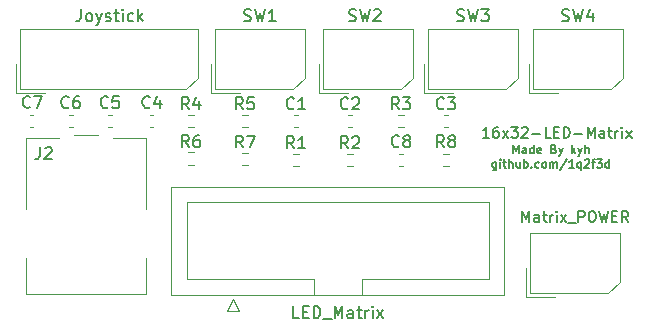
<source format=gbr>
%TF.GenerationSoftware,KiCad,Pcbnew,(5.1.9)-1*%
%TF.CreationDate,2021-05-20T14:11:39+09:00*%
%TF.ProjectId,LED-Matrix-PCB,4c45442d-4d61-4747-9269-782d5043422e,rev?*%
%TF.SameCoordinates,Original*%
%TF.FileFunction,Legend,Top*%
%TF.FilePolarity,Positive*%
%FSLAX46Y46*%
G04 Gerber Fmt 4.6, Leading zero omitted, Abs format (unit mm)*
G04 Created by KiCad (PCBNEW (5.1.9)-1) date 2021-05-20 14:11:39*
%MOMM*%
%LPD*%
G01*
G04 APERTURE LIST*
%ADD10C,0.150000*%
%ADD11C,0.120000*%
G04 APERTURE END LIST*
D10*
X145365714Y-89053142D02*
X144851428Y-89053142D01*
X145108571Y-89053142D02*
X145108571Y-88153142D01*
X145022857Y-88281714D01*
X144937142Y-88367428D01*
X144851428Y-88410285D01*
X146137142Y-88153142D02*
X145965714Y-88153142D01*
X145880000Y-88196000D01*
X145837142Y-88238857D01*
X145751428Y-88367428D01*
X145708571Y-88538857D01*
X145708571Y-88881714D01*
X145751428Y-88967428D01*
X145794285Y-89010285D01*
X145880000Y-89053142D01*
X146051428Y-89053142D01*
X146137142Y-89010285D01*
X146180000Y-88967428D01*
X146222857Y-88881714D01*
X146222857Y-88667428D01*
X146180000Y-88581714D01*
X146137142Y-88538857D01*
X146051428Y-88496000D01*
X145880000Y-88496000D01*
X145794285Y-88538857D01*
X145751428Y-88581714D01*
X145708571Y-88667428D01*
X146522857Y-89053142D02*
X146994285Y-88453142D01*
X146522857Y-88453142D02*
X146994285Y-89053142D01*
X147251428Y-88153142D02*
X147808571Y-88153142D01*
X147508571Y-88496000D01*
X147637142Y-88496000D01*
X147722857Y-88538857D01*
X147765714Y-88581714D01*
X147808571Y-88667428D01*
X147808571Y-88881714D01*
X147765714Y-88967428D01*
X147722857Y-89010285D01*
X147637142Y-89053142D01*
X147380000Y-89053142D01*
X147294285Y-89010285D01*
X147251428Y-88967428D01*
X148151428Y-88238857D02*
X148194285Y-88196000D01*
X148280000Y-88153142D01*
X148494285Y-88153142D01*
X148580000Y-88196000D01*
X148622857Y-88238857D01*
X148665714Y-88324571D01*
X148665714Y-88410285D01*
X148622857Y-88538857D01*
X148108571Y-89053142D01*
X148665714Y-89053142D01*
X149051428Y-88710285D02*
X149737142Y-88710285D01*
X150594285Y-89053142D02*
X150165714Y-89053142D01*
X150165714Y-88153142D01*
X150894285Y-88581714D02*
X151194285Y-88581714D01*
X151322857Y-89053142D02*
X150894285Y-89053142D01*
X150894285Y-88153142D01*
X151322857Y-88153142D01*
X151708571Y-89053142D02*
X151708571Y-88153142D01*
X151922857Y-88153142D01*
X152051428Y-88196000D01*
X152137142Y-88281714D01*
X152180000Y-88367428D01*
X152222857Y-88538857D01*
X152222857Y-88667428D01*
X152180000Y-88838857D01*
X152137142Y-88924571D01*
X152051428Y-89010285D01*
X151922857Y-89053142D01*
X151708571Y-89053142D01*
X152608571Y-88710285D02*
X153294285Y-88710285D01*
X153722857Y-89053142D02*
X153722857Y-88153142D01*
X154022857Y-88796000D01*
X154322857Y-88153142D01*
X154322857Y-89053142D01*
X155137142Y-89053142D02*
X155137142Y-88581714D01*
X155094285Y-88496000D01*
X155008571Y-88453142D01*
X154837142Y-88453142D01*
X154751428Y-88496000D01*
X155137142Y-89010285D02*
X155051428Y-89053142D01*
X154837142Y-89053142D01*
X154751428Y-89010285D01*
X154708571Y-88924571D01*
X154708571Y-88838857D01*
X154751428Y-88753142D01*
X154837142Y-88710285D01*
X155051428Y-88710285D01*
X155137142Y-88667428D01*
X155437142Y-88453142D02*
X155780000Y-88453142D01*
X155565714Y-88153142D02*
X155565714Y-88924571D01*
X155608571Y-89010285D01*
X155694285Y-89053142D01*
X155780000Y-89053142D01*
X156080000Y-89053142D02*
X156080000Y-88453142D01*
X156080000Y-88624571D02*
X156122857Y-88538857D01*
X156165714Y-88496000D01*
X156251428Y-88453142D01*
X156337142Y-88453142D01*
X156637142Y-89053142D02*
X156637142Y-88453142D01*
X156637142Y-88153142D02*
X156594285Y-88196000D01*
X156637142Y-88238857D01*
X156680000Y-88196000D01*
X156637142Y-88153142D01*
X156637142Y-88238857D01*
X156980000Y-89053142D02*
X157451428Y-88453142D01*
X156980000Y-88453142D02*
X157451428Y-89053142D01*
X147438666Y-90394666D02*
X147438666Y-89694666D01*
X147672000Y-90194666D01*
X147905333Y-89694666D01*
X147905333Y-90394666D01*
X148538666Y-90394666D02*
X148538666Y-90028000D01*
X148505333Y-89961333D01*
X148438666Y-89928000D01*
X148305333Y-89928000D01*
X148238666Y-89961333D01*
X148538666Y-90361333D02*
X148472000Y-90394666D01*
X148305333Y-90394666D01*
X148238666Y-90361333D01*
X148205333Y-90294666D01*
X148205333Y-90228000D01*
X148238666Y-90161333D01*
X148305333Y-90128000D01*
X148472000Y-90128000D01*
X148538666Y-90094666D01*
X149172000Y-90394666D02*
X149172000Y-89694666D01*
X149172000Y-90361333D02*
X149105333Y-90394666D01*
X148972000Y-90394666D01*
X148905333Y-90361333D01*
X148872000Y-90328000D01*
X148838666Y-90261333D01*
X148838666Y-90061333D01*
X148872000Y-89994666D01*
X148905333Y-89961333D01*
X148972000Y-89928000D01*
X149105333Y-89928000D01*
X149172000Y-89961333D01*
X149772000Y-90361333D02*
X149705333Y-90394666D01*
X149572000Y-90394666D01*
X149505333Y-90361333D01*
X149472000Y-90294666D01*
X149472000Y-90028000D01*
X149505333Y-89961333D01*
X149572000Y-89928000D01*
X149705333Y-89928000D01*
X149772000Y-89961333D01*
X149805333Y-90028000D01*
X149805333Y-90094666D01*
X149472000Y-90161333D01*
X150872000Y-90028000D02*
X150972000Y-90061333D01*
X151005333Y-90094666D01*
X151038666Y-90161333D01*
X151038666Y-90261333D01*
X151005333Y-90328000D01*
X150972000Y-90361333D01*
X150905333Y-90394666D01*
X150638666Y-90394666D01*
X150638666Y-89694666D01*
X150872000Y-89694666D01*
X150938666Y-89728000D01*
X150972000Y-89761333D01*
X151005333Y-89828000D01*
X151005333Y-89894666D01*
X150972000Y-89961333D01*
X150938666Y-89994666D01*
X150872000Y-90028000D01*
X150638666Y-90028000D01*
X151272000Y-89928000D02*
X151438666Y-90394666D01*
X151605333Y-89928000D02*
X151438666Y-90394666D01*
X151372000Y-90561333D01*
X151338666Y-90594666D01*
X151272000Y-90628000D01*
X152405333Y-90394666D02*
X152405333Y-89694666D01*
X152472000Y-90128000D02*
X152672000Y-90394666D01*
X152672000Y-89928000D02*
X152405333Y-90194666D01*
X152905333Y-89928000D02*
X153072000Y-90394666D01*
X153238666Y-89928000D02*
X153072000Y-90394666D01*
X153005333Y-90561333D01*
X152972000Y-90594666D01*
X152905333Y-90628000D01*
X153505333Y-90394666D02*
X153505333Y-89694666D01*
X153805333Y-90394666D02*
X153805333Y-90028000D01*
X153772000Y-89961333D01*
X153705333Y-89928000D01*
X153605333Y-89928000D01*
X153538666Y-89961333D01*
X153505333Y-89994666D01*
X146005333Y-91128000D02*
X146005333Y-91694666D01*
X145972000Y-91761333D01*
X145938666Y-91794666D01*
X145872000Y-91828000D01*
X145772000Y-91828000D01*
X145705333Y-91794666D01*
X146005333Y-91561333D02*
X145938666Y-91594666D01*
X145805333Y-91594666D01*
X145738666Y-91561333D01*
X145705333Y-91528000D01*
X145672000Y-91461333D01*
X145672000Y-91261333D01*
X145705333Y-91194666D01*
X145738666Y-91161333D01*
X145805333Y-91128000D01*
X145938666Y-91128000D01*
X146005333Y-91161333D01*
X146338666Y-91594666D02*
X146338666Y-91128000D01*
X146338666Y-90894666D02*
X146305333Y-90928000D01*
X146338666Y-90961333D01*
X146372000Y-90928000D01*
X146338666Y-90894666D01*
X146338666Y-90961333D01*
X146572000Y-91128000D02*
X146838666Y-91128000D01*
X146672000Y-90894666D02*
X146672000Y-91494666D01*
X146705333Y-91561333D01*
X146772000Y-91594666D01*
X146838666Y-91594666D01*
X147072000Y-91594666D02*
X147072000Y-90894666D01*
X147372000Y-91594666D02*
X147372000Y-91228000D01*
X147338666Y-91161333D01*
X147272000Y-91128000D01*
X147172000Y-91128000D01*
X147105333Y-91161333D01*
X147072000Y-91194666D01*
X148005333Y-91128000D02*
X148005333Y-91594666D01*
X147705333Y-91128000D02*
X147705333Y-91494666D01*
X147738666Y-91561333D01*
X147805333Y-91594666D01*
X147905333Y-91594666D01*
X147972000Y-91561333D01*
X148005333Y-91528000D01*
X148338666Y-91594666D02*
X148338666Y-90894666D01*
X148338666Y-91161333D02*
X148405333Y-91128000D01*
X148538666Y-91128000D01*
X148605333Y-91161333D01*
X148638666Y-91194666D01*
X148672000Y-91261333D01*
X148672000Y-91461333D01*
X148638666Y-91528000D01*
X148605333Y-91561333D01*
X148538666Y-91594666D01*
X148405333Y-91594666D01*
X148338666Y-91561333D01*
X148972000Y-91528000D02*
X149005333Y-91561333D01*
X148972000Y-91594666D01*
X148938666Y-91561333D01*
X148972000Y-91528000D01*
X148972000Y-91594666D01*
X149605333Y-91561333D02*
X149538666Y-91594666D01*
X149405333Y-91594666D01*
X149338666Y-91561333D01*
X149305333Y-91528000D01*
X149272000Y-91461333D01*
X149272000Y-91261333D01*
X149305333Y-91194666D01*
X149338666Y-91161333D01*
X149405333Y-91128000D01*
X149538666Y-91128000D01*
X149605333Y-91161333D01*
X150005333Y-91594666D02*
X149938666Y-91561333D01*
X149905333Y-91528000D01*
X149872000Y-91461333D01*
X149872000Y-91261333D01*
X149905333Y-91194666D01*
X149938666Y-91161333D01*
X150005333Y-91128000D01*
X150105333Y-91128000D01*
X150172000Y-91161333D01*
X150205333Y-91194666D01*
X150238666Y-91261333D01*
X150238666Y-91461333D01*
X150205333Y-91528000D01*
X150172000Y-91561333D01*
X150105333Y-91594666D01*
X150005333Y-91594666D01*
X150538666Y-91594666D02*
X150538666Y-91128000D01*
X150538666Y-91194666D02*
X150572000Y-91161333D01*
X150638666Y-91128000D01*
X150738666Y-91128000D01*
X150805333Y-91161333D01*
X150838666Y-91228000D01*
X150838666Y-91594666D01*
X150838666Y-91228000D02*
X150872000Y-91161333D01*
X150938666Y-91128000D01*
X151038666Y-91128000D01*
X151105333Y-91161333D01*
X151138666Y-91228000D01*
X151138666Y-91594666D01*
X151972000Y-90861333D02*
X151372000Y-91761333D01*
X152572000Y-91594666D02*
X152172000Y-91594666D01*
X152372000Y-91594666D02*
X152372000Y-90894666D01*
X152305333Y-90994666D01*
X152238666Y-91061333D01*
X152172000Y-91094666D01*
X153172000Y-91128000D02*
X153172000Y-91828000D01*
X153172000Y-91561333D02*
X153105333Y-91594666D01*
X152972000Y-91594666D01*
X152905333Y-91561333D01*
X152872000Y-91528000D01*
X152838666Y-91461333D01*
X152838666Y-91261333D01*
X152872000Y-91194666D01*
X152905333Y-91161333D01*
X152972000Y-91128000D01*
X153105333Y-91128000D01*
X153172000Y-91161333D01*
X153472000Y-90961333D02*
X153505333Y-90928000D01*
X153572000Y-90894666D01*
X153738666Y-90894666D01*
X153805333Y-90928000D01*
X153838666Y-90961333D01*
X153872000Y-91028000D01*
X153872000Y-91094666D01*
X153838666Y-91194666D01*
X153438666Y-91594666D01*
X153872000Y-91594666D01*
X154072000Y-91128000D02*
X154338666Y-91128000D01*
X154172000Y-91594666D02*
X154172000Y-90994666D01*
X154205333Y-90928000D01*
X154272000Y-90894666D01*
X154338666Y-90894666D01*
X154505333Y-90894666D02*
X154938666Y-90894666D01*
X154705333Y-91161333D01*
X154805333Y-91161333D01*
X154872000Y-91194666D01*
X154905333Y-91228000D01*
X154938666Y-91294666D01*
X154938666Y-91461333D01*
X154905333Y-91528000D01*
X154872000Y-91561333D01*
X154805333Y-91594666D01*
X154605333Y-91594666D01*
X154538666Y-91561333D01*
X154505333Y-91528000D01*
X155538666Y-91594666D02*
X155538666Y-90894666D01*
X155538666Y-91561333D02*
X155472000Y-91594666D01*
X155338666Y-91594666D01*
X155272000Y-91561333D01*
X155238666Y-91528000D01*
X155205333Y-91461333D01*
X155205333Y-91261333D01*
X155238666Y-91194666D01*
X155272000Y-91161333D01*
X155338666Y-91128000D01*
X155472000Y-91128000D01*
X155538666Y-91161333D01*
D11*
%TO.C,Matrix_POWER*%
X148524000Y-102540000D02*
X150934000Y-102540000D01*
X148524000Y-100130000D02*
X148524000Y-102540000D01*
X156444000Y-97120000D02*
X148824000Y-97120000D01*
X156444000Y-101240000D02*
X156444000Y-97120000D01*
X155444000Y-102240000D02*
X156444000Y-101240000D01*
X148824000Y-102240000D02*
X155444000Y-102240000D01*
X148824000Y-97120000D02*
X148824000Y-102240000D01*
%TO.C,R8*%
X141969258Y-91454500D02*
X141494742Y-91454500D01*
X141969258Y-90409500D02*
X141494742Y-90409500D01*
%TO.C,R7*%
X124476742Y-90333300D02*
X124951258Y-90333300D01*
X124476742Y-91378300D02*
X124951258Y-91378300D01*
%TO.C,R6*%
X119904742Y-90307900D02*
X120379258Y-90307900D01*
X119904742Y-91352900D02*
X120379258Y-91352900D01*
%TO.C,R5*%
X124476742Y-87107500D02*
X124951258Y-87107500D01*
X124476742Y-88152500D02*
X124951258Y-88152500D01*
%TO.C,R4*%
X119904742Y-87107500D02*
X120379258Y-87107500D01*
X119904742Y-88152500D02*
X120379258Y-88152500D01*
%TO.C,R3*%
X137684742Y-87107500D02*
X138159258Y-87107500D01*
X137684742Y-88152500D02*
X138159258Y-88152500D01*
%TO.C,R2*%
X133366742Y-90409500D02*
X133841258Y-90409500D01*
X133366742Y-91454500D02*
X133841258Y-91454500D01*
%TO.C,R1*%
X128794742Y-90409500D02*
X129269258Y-90409500D01*
X128794742Y-91454500D02*
X129269258Y-91454500D01*
%TO.C,J8*%
X148778000Y-85268000D02*
X151188000Y-85268000D01*
X148778000Y-82858000D02*
X148778000Y-85268000D01*
X156698000Y-79848000D02*
X149078000Y-79848000D01*
X156698000Y-83968000D02*
X156698000Y-79848000D01*
X155698000Y-84968000D02*
X156698000Y-83968000D01*
X149078000Y-84968000D02*
X155698000Y-84968000D01*
X149078000Y-79848000D02*
X149078000Y-84968000D01*
%TO.C,J7*%
X105644000Y-79848000D02*
X105644000Y-84968000D01*
X105644000Y-84968000D02*
X119764000Y-84968000D01*
X119764000Y-84968000D02*
X120764000Y-83968000D01*
X120764000Y-83968000D02*
X120764000Y-79848000D01*
X120764000Y-79848000D02*
X105644000Y-79848000D01*
X105344000Y-82858000D02*
X105344000Y-85268000D01*
X105344000Y-85268000D02*
X107754000Y-85268000D01*
%TO.C,J6*%
X140188000Y-79848000D02*
X140188000Y-84968000D01*
X140188000Y-84968000D02*
X146808000Y-84968000D01*
X146808000Y-84968000D02*
X147808000Y-83968000D01*
X147808000Y-83968000D02*
X147808000Y-79848000D01*
X147808000Y-79848000D02*
X140188000Y-79848000D01*
X139888000Y-82858000D02*
X139888000Y-85268000D01*
X139888000Y-85268000D02*
X142298000Y-85268000D01*
%TO.C,J5*%
X131298000Y-79848000D02*
X131298000Y-84968000D01*
X131298000Y-84968000D02*
X137918000Y-84968000D01*
X137918000Y-84968000D02*
X138918000Y-83968000D01*
X138918000Y-83968000D02*
X138918000Y-79848000D01*
X138918000Y-79848000D02*
X131298000Y-79848000D01*
X130998000Y-82858000D02*
X130998000Y-85268000D01*
X130998000Y-85268000D02*
X133408000Y-85268000D01*
%TO.C,LED_Matrix*%
X118488000Y-102350000D02*
X118488000Y-93230000D01*
X118488000Y-93230000D02*
X146688000Y-93230000D01*
X146688000Y-93230000D02*
X146688000Y-102350000D01*
X146688000Y-102350000D02*
X118488000Y-102350000D01*
X130538000Y-102350000D02*
X130538000Y-101040000D01*
X130538000Y-101040000D02*
X119788000Y-101040000D01*
X119788000Y-101040000D02*
X119788000Y-94540000D01*
X119788000Y-94540000D02*
X145388000Y-94540000D01*
X145388000Y-94540000D02*
X145388000Y-101040000D01*
X145388000Y-101040000D02*
X134638000Y-101040000D01*
X134638000Y-101040000D02*
X134638000Y-101040000D01*
X134638000Y-101040000D02*
X134638000Y-102350000D01*
X123698000Y-102740000D02*
X123198000Y-103740000D01*
X123198000Y-103740000D02*
X124198000Y-103740000D01*
X124198000Y-103740000D02*
X123698000Y-102740000D01*
%TO.C,J3*%
X122154000Y-79848000D02*
X122154000Y-84968000D01*
X122154000Y-84968000D02*
X128774000Y-84968000D01*
X128774000Y-84968000D02*
X129774000Y-83968000D01*
X129774000Y-83968000D02*
X129774000Y-79848000D01*
X129774000Y-79848000D02*
X122154000Y-79848000D01*
X121854000Y-82858000D02*
X121854000Y-85268000D01*
X121854000Y-85268000D02*
X124264000Y-85268000D01*
%TO.C,J2*%
X110252000Y-88870000D02*
X112252000Y-88870000D01*
X106142000Y-102280000D02*
X106142000Y-99220000D01*
X116362000Y-102280000D02*
X106142000Y-102280000D01*
X116362000Y-99220000D02*
X116362000Y-102280000D01*
X116362000Y-89060000D02*
X116362000Y-95120000D01*
X113552000Y-89060000D02*
X116362000Y-89060000D01*
X106142000Y-89060000D02*
X108952000Y-89060000D01*
X106142000Y-95120000D02*
X106142000Y-89060000D01*
%TO.C,C8*%
X138062580Y-91442000D02*
X137781420Y-91442000D01*
X138062580Y-90422000D02*
X137781420Y-90422000D01*
%TO.C,C7*%
X106526420Y-87120000D02*
X106807580Y-87120000D01*
X106526420Y-88140000D02*
X106807580Y-88140000D01*
%TO.C,C6*%
X109841420Y-87120000D02*
X110122580Y-87120000D01*
X109841420Y-88140000D02*
X110122580Y-88140000D01*
%TO.C,C5*%
X113143420Y-87120000D02*
X113424580Y-87120000D01*
X113143420Y-88140000D02*
X113424580Y-88140000D01*
%TO.C,C4*%
X116686420Y-87120000D02*
X116967580Y-87120000D01*
X116686420Y-88140000D02*
X116967580Y-88140000D01*
%TO.C,C3*%
X141591420Y-87120000D02*
X141872580Y-87120000D01*
X141591420Y-88140000D02*
X141872580Y-88140000D01*
%TO.C,C2*%
X133463420Y-87120000D02*
X133744580Y-87120000D01*
X133463420Y-88140000D02*
X133744580Y-88140000D01*
%TO.C,C1*%
X128891420Y-87120000D02*
X129172580Y-87120000D01*
X128891420Y-88140000D02*
X129172580Y-88140000D01*
%TO.C,Matrix_POWER*%
D10*
X148196857Y-96165142D02*
X148196857Y-95265142D01*
X148496857Y-95908000D01*
X148796857Y-95265142D01*
X148796857Y-96165142D01*
X149611142Y-96165142D02*
X149611142Y-95693714D01*
X149568285Y-95608000D01*
X149482571Y-95565142D01*
X149311142Y-95565142D01*
X149225428Y-95608000D01*
X149611142Y-96122285D02*
X149525428Y-96165142D01*
X149311142Y-96165142D01*
X149225428Y-96122285D01*
X149182571Y-96036571D01*
X149182571Y-95950857D01*
X149225428Y-95865142D01*
X149311142Y-95822285D01*
X149525428Y-95822285D01*
X149611142Y-95779428D01*
X149911142Y-95565142D02*
X150254000Y-95565142D01*
X150039714Y-95265142D02*
X150039714Y-96036571D01*
X150082571Y-96122285D01*
X150168285Y-96165142D01*
X150254000Y-96165142D01*
X150554000Y-96165142D02*
X150554000Y-95565142D01*
X150554000Y-95736571D02*
X150596857Y-95650857D01*
X150639714Y-95608000D01*
X150725428Y-95565142D01*
X150811142Y-95565142D01*
X151111142Y-96165142D02*
X151111142Y-95565142D01*
X151111142Y-95265142D02*
X151068285Y-95308000D01*
X151111142Y-95350857D01*
X151154000Y-95308000D01*
X151111142Y-95265142D01*
X151111142Y-95350857D01*
X151454000Y-96165142D02*
X151925428Y-95565142D01*
X151454000Y-95565142D02*
X151925428Y-96165142D01*
X152054000Y-96250857D02*
X152739714Y-96250857D01*
X152954000Y-96165142D02*
X152954000Y-95265142D01*
X153296857Y-95265142D01*
X153382571Y-95308000D01*
X153425428Y-95350857D01*
X153468285Y-95436571D01*
X153468285Y-95565142D01*
X153425428Y-95650857D01*
X153382571Y-95693714D01*
X153296857Y-95736571D01*
X152954000Y-95736571D01*
X154025428Y-95265142D02*
X154196857Y-95265142D01*
X154282571Y-95308000D01*
X154368285Y-95393714D01*
X154411142Y-95565142D01*
X154411142Y-95865142D01*
X154368285Y-96036571D01*
X154282571Y-96122285D01*
X154196857Y-96165142D01*
X154025428Y-96165142D01*
X153939714Y-96122285D01*
X153854000Y-96036571D01*
X153811142Y-95865142D01*
X153811142Y-95565142D01*
X153854000Y-95393714D01*
X153939714Y-95308000D01*
X154025428Y-95265142D01*
X154711142Y-95265142D02*
X154925428Y-96165142D01*
X155096857Y-95522285D01*
X155268285Y-96165142D01*
X155482571Y-95265142D01*
X155825428Y-95693714D02*
X156125428Y-95693714D01*
X156254000Y-96165142D02*
X155825428Y-96165142D01*
X155825428Y-95265142D01*
X156254000Y-95265142D01*
X157154000Y-96165142D02*
X156854000Y-95736571D01*
X156639714Y-96165142D02*
X156639714Y-95265142D01*
X156982571Y-95265142D01*
X157068285Y-95308000D01*
X157111142Y-95350857D01*
X157154000Y-95436571D01*
X157154000Y-95565142D01*
X157111142Y-95650857D01*
X157068285Y-95693714D01*
X156982571Y-95736571D01*
X156639714Y-95736571D01*
%TO.C,R8*%
X141565333Y-89860380D02*
X141232000Y-89384190D01*
X140993904Y-89860380D02*
X140993904Y-88860380D01*
X141374857Y-88860380D01*
X141470095Y-88908000D01*
X141517714Y-88955619D01*
X141565333Y-89050857D01*
X141565333Y-89193714D01*
X141517714Y-89288952D01*
X141470095Y-89336571D01*
X141374857Y-89384190D01*
X140993904Y-89384190D01*
X142136761Y-89288952D02*
X142041523Y-89241333D01*
X141993904Y-89193714D01*
X141946285Y-89098476D01*
X141946285Y-89050857D01*
X141993904Y-88955619D01*
X142041523Y-88908000D01*
X142136761Y-88860380D01*
X142327238Y-88860380D01*
X142422476Y-88908000D01*
X142470095Y-88955619D01*
X142517714Y-89050857D01*
X142517714Y-89098476D01*
X142470095Y-89193714D01*
X142422476Y-89241333D01*
X142327238Y-89288952D01*
X142136761Y-89288952D01*
X142041523Y-89336571D01*
X141993904Y-89384190D01*
X141946285Y-89479428D01*
X141946285Y-89669904D01*
X141993904Y-89765142D01*
X142041523Y-89812761D01*
X142136761Y-89860380D01*
X142327238Y-89860380D01*
X142422476Y-89812761D01*
X142470095Y-89765142D01*
X142517714Y-89669904D01*
X142517714Y-89479428D01*
X142470095Y-89384190D01*
X142422476Y-89336571D01*
X142327238Y-89288952D01*
%TO.C,R7*%
X124547333Y-89878180D02*
X124214000Y-89401990D01*
X123975904Y-89878180D02*
X123975904Y-88878180D01*
X124356857Y-88878180D01*
X124452095Y-88925800D01*
X124499714Y-88973419D01*
X124547333Y-89068657D01*
X124547333Y-89211514D01*
X124499714Y-89306752D01*
X124452095Y-89354371D01*
X124356857Y-89401990D01*
X123975904Y-89401990D01*
X124880666Y-88878180D02*
X125547333Y-88878180D01*
X125118761Y-89878180D01*
%TO.C,R6*%
X119975333Y-89852780D02*
X119642000Y-89376590D01*
X119403904Y-89852780D02*
X119403904Y-88852780D01*
X119784857Y-88852780D01*
X119880095Y-88900400D01*
X119927714Y-88948019D01*
X119975333Y-89043257D01*
X119975333Y-89186114D01*
X119927714Y-89281352D01*
X119880095Y-89328971D01*
X119784857Y-89376590D01*
X119403904Y-89376590D01*
X120832476Y-88852780D02*
X120642000Y-88852780D01*
X120546761Y-88900400D01*
X120499142Y-88948019D01*
X120403904Y-89090876D01*
X120356285Y-89281352D01*
X120356285Y-89662304D01*
X120403904Y-89757542D01*
X120451523Y-89805161D01*
X120546761Y-89852780D01*
X120737238Y-89852780D01*
X120832476Y-89805161D01*
X120880095Y-89757542D01*
X120927714Y-89662304D01*
X120927714Y-89424209D01*
X120880095Y-89328971D01*
X120832476Y-89281352D01*
X120737238Y-89233733D01*
X120546761Y-89233733D01*
X120451523Y-89281352D01*
X120403904Y-89328971D01*
X120356285Y-89424209D01*
%TO.C,R5*%
X124547333Y-86652380D02*
X124214000Y-86176190D01*
X123975904Y-86652380D02*
X123975904Y-85652380D01*
X124356857Y-85652380D01*
X124452095Y-85700000D01*
X124499714Y-85747619D01*
X124547333Y-85842857D01*
X124547333Y-85985714D01*
X124499714Y-86080952D01*
X124452095Y-86128571D01*
X124356857Y-86176190D01*
X123975904Y-86176190D01*
X125452095Y-85652380D02*
X124975904Y-85652380D01*
X124928285Y-86128571D01*
X124975904Y-86080952D01*
X125071142Y-86033333D01*
X125309238Y-86033333D01*
X125404476Y-86080952D01*
X125452095Y-86128571D01*
X125499714Y-86223809D01*
X125499714Y-86461904D01*
X125452095Y-86557142D01*
X125404476Y-86604761D01*
X125309238Y-86652380D01*
X125071142Y-86652380D01*
X124975904Y-86604761D01*
X124928285Y-86557142D01*
%TO.C,R4*%
X119975333Y-86652380D02*
X119642000Y-86176190D01*
X119403904Y-86652380D02*
X119403904Y-85652380D01*
X119784857Y-85652380D01*
X119880095Y-85700000D01*
X119927714Y-85747619D01*
X119975333Y-85842857D01*
X119975333Y-85985714D01*
X119927714Y-86080952D01*
X119880095Y-86128571D01*
X119784857Y-86176190D01*
X119403904Y-86176190D01*
X120832476Y-85985714D02*
X120832476Y-86652380D01*
X120594380Y-85604761D02*
X120356285Y-86319047D01*
X120975333Y-86319047D01*
%TO.C,R3*%
X137755333Y-86652380D02*
X137422000Y-86176190D01*
X137183904Y-86652380D02*
X137183904Y-85652380D01*
X137564857Y-85652380D01*
X137660095Y-85700000D01*
X137707714Y-85747619D01*
X137755333Y-85842857D01*
X137755333Y-85985714D01*
X137707714Y-86080952D01*
X137660095Y-86128571D01*
X137564857Y-86176190D01*
X137183904Y-86176190D01*
X138088666Y-85652380D02*
X138707714Y-85652380D01*
X138374380Y-86033333D01*
X138517238Y-86033333D01*
X138612476Y-86080952D01*
X138660095Y-86128571D01*
X138707714Y-86223809D01*
X138707714Y-86461904D01*
X138660095Y-86557142D01*
X138612476Y-86604761D01*
X138517238Y-86652380D01*
X138231523Y-86652380D01*
X138136285Y-86604761D01*
X138088666Y-86557142D01*
%TO.C,R2*%
X133437333Y-89954380D02*
X133104000Y-89478190D01*
X132865904Y-89954380D02*
X132865904Y-88954380D01*
X133246857Y-88954380D01*
X133342095Y-89002000D01*
X133389714Y-89049619D01*
X133437333Y-89144857D01*
X133437333Y-89287714D01*
X133389714Y-89382952D01*
X133342095Y-89430571D01*
X133246857Y-89478190D01*
X132865904Y-89478190D01*
X133818285Y-89049619D02*
X133865904Y-89002000D01*
X133961142Y-88954380D01*
X134199238Y-88954380D01*
X134294476Y-89002000D01*
X134342095Y-89049619D01*
X134389714Y-89144857D01*
X134389714Y-89240095D01*
X134342095Y-89382952D01*
X133770666Y-89954380D01*
X134389714Y-89954380D01*
%TO.C,R1*%
X128865333Y-89954380D02*
X128532000Y-89478190D01*
X128293904Y-89954380D02*
X128293904Y-88954380D01*
X128674857Y-88954380D01*
X128770095Y-89002000D01*
X128817714Y-89049619D01*
X128865333Y-89144857D01*
X128865333Y-89287714D01*
X128817714Y-89382952D01*
X128770095Y-89430571D01*
X128674857Y-89478190D01*
X128293904Y-89478190D01*
X129817714Y-89954380D02*
X129246285Y-89954380D01*
X129532000Y-89954380D02*
X129532000Y-88954380D01*
X129436761Y-89097238D01*
X129341523Y-89192476D01*
X129246285Y-89240095D01*
%TO.C,J8*%
X151574666Y-79144761D02*
X151717523Y-79192380D01*
X151955619Y-79192380D01*
X152050857Y-79144761D01*
X152098476Y-79097142D01*
X152146095Y-79001904D01*
X152146095Y-78906666D01*
X152098476Y-78811428D01*
X152050857Y-78763809D01*
X151955619Y-78716190D01*
X151765142Y-78668571D01*
X151669904Y-78620952D01*
X151622285Y-78573333D01*
X151574666Y-78478095D01*
X151574666Y-78382857D01*
X151622285Y-78287619D01*
X151669904Y-78240000D01*
X151765142Y-78192380D01*
X152003238Y-78192380D01*
X152146095Y-78240000D01*
X152479428Y-78192380D02*
X152717523Y-79192380D01*
X152908000Y-78478095D01*
X153098476Y-79192380D01*
X153336571Y-78192380D01*
X154146095Y-78525714D02*
X154146095Y-79192380D01*
X153908000Y-78144761D02*
X153669904Y-78859047D01*
X154288952Y-78859047D01*
%TO.C,J7*%
X110831619Y-78192380D02*
X110831619Y-78906666D01*
X110784000Y-79049523D01*
X110688761Y-79144761D01*
X110545904Y-79192380D01*
X110450666Y-79192380D01*
X111450666Y-79192380D02*
X111355428Y-79144761D01*
X111307809Y-79097142D01*
X111260190Y-79001904D01*
X111260190Y-78716190D01*
X111307809Y-78620952D01*
X111355428Y-78573333D01*
X111450666Y-78525714D01*
X111593523Y-78525714D01*
X111688761Y-78573333D01*
X111736380Y-78620952D01*
X111784000Y-78716190D01*
X111784000Y-79001904D01*
X111736380Y-79097142D01*
X111688761Y-79144761D01*
X111593523Y-79192380D01*
X111450666Y-79192380D01*
X112117333Y-78525714D02*
X112355428Y-79192380D01*
X112593523Y-78525714D02*
X112355428Y-79192380D01*
X112260190Y-79430476D01*
X112212571Y-79478095D01*
X112117333Y-79525714D01*
X112926857Y-79144761D02*
X113022095Y-79192380D01*
X113212571Y-79192380D01*
X113307809Y-79144761D01*
X113355428Y-79049523D01*
X113355428Y-79001904D01*
X113307809Y-78906666D01*
X113212571Y-78859047D01*
X113069714Y-78859047D01*
X112974476Y-78811428D01*
X112926857Y-78716190D01*
X112926857Y-78668571D01*
X112974476Y-78573333D01*
X113069714Y-78525714D01*
X113212571Y-78525714D01*
X113307809Y-78573333D01*
X113641142Y-78525714D02*
X114022095Y-78525714D01*
X113784000Y-78192380D02*
X113784000Y-79049523D01*
X113831619Y-79144761D01*
X113926857Y-79192380D01*
X114022095Y-79192380D01*
X114355428Y-79192380D02*
X114355428Y-78525714D01*
X114355428Y-78192380D02*
X114307809Y-78240000D01*
X114355428Y-78287619D01*
X114403047Y-78240000D01*
X114355428Y-78192380D01*
X114355428Y-78287619D01*
X115260190Y-79144761D02*
X115164952Y-79192380D01*
X114974476Y-79192380D01*
X114879238Y-79144761D01*
X114831619Y-79097142D01*
X114784000Y-79001904D01*
X114784000Y-78716190D01*
X114831619Y-78620952D01*
X114879238Y-78573333D01*
X114974476Y-78525714D01*
X115164952Y-78525714D01*
X115260190Y-78573333D01*
X115688761Y-79192380D02*
X115688761Y-78192380D01*
X115784000Y-78811428D02*
X116069714Y-79192380D01*
X116069714Y-78525714D02*
X115688761Y-78906666D01*
%TO.C,J6*%
X142684666Y-79144761D02*
X142827523Y-79192380D01*
X143065619Y-79192380D01*
X143160857Y-79144761D01*
X143208476Y-79097142D01*
X143256095Y-79001904D01*
X143256095Y-78906666D01*
X143208476Y-78811428D01*
X143160857Y-78763809D01*
X143065619Y-78716190D01*
X142875142Y-78668571D01*
X142779904Y-78620952D01*
X142732285Y-78573333D01*
X142684666Y-78478095D01*
X142684666Y-78382857D01*
X142732285Y-78287619D01*
X142779904Y-78240000D01*
X142875142Y-78192380D01*
X143113238Y-78192380D01*
X143256095Y-78240000D01*
X143589428Y-78192380D02*
X143827523Y-79192380D01*
X144018000Y-78478095D01*
X144208476Y-79192380D01*
X144446571Y-78192380D01*
X144732285Y-78192380D02*
X145351333Y-78192380D01*
X145018000Y-78573333D01*
X145160857Y-78573333D01*
X145256095Y-78620952D01*
X145303714Y-78668571D01*
X145351333Y-78763809D01*
X145351333Y-79001904D01*
X145303714Y-79097142D01*
X145256095Y-79144761D01*
X145160857Y-79192380D01*
X144875142Y-79192380D01*
X144779904Y-79144761D01*
X144732285Y-79097142D01*
%TO.C,J5*%
X133540666Y-79144761D02*
X133683523Y-79192380D01*
X133921619Y-79192380D01*
X134016857Y-79144761D01*
X134064476Y-79097142D01*
X134112095Y-79001904D01*
X134112095Y-78906666D01*
X134064476Y-78811428D01*
X134016857Y-78763809D01*
X133921619Y-78716190D01*
X133731142Y-78668571D01*
X133635904Y-78620952D01*
X133588285Y-78573333D01*
X133540666Y-78478095D01*
X133540666Y-78382857D01*
X133588285Y-78287619D01*
X133635904Y-78240000D01*
X133731142Y-78192380D01*
X133969238Y-78192380D01*
X134112095Y-78240000D01*
X134445428Y-78192380D02*
X134683523Y-79192380D01*
X134874000Y-78478095D01*
X135064476Y-79192380D01*
X135302571Y-78192380D01*
X135635904Y-78287619D02*
X135683523Y-78240000D01*
X135778761Y-78192380D01*
X136016857Y-78192380D01*
X136112095Y-78240000D01*
X136159714Y-78287619D01*
X136207333Y-78382857D01*
X136207333Y-78478095D01*
X136159714Y-78620952D01*
X135588285Y-79192380D01*
X136207333Y-79192380D01*
%TO.C,LED_Matrix*%
X129302285Y-104338380D02*
X128826095Y-104338380D01*
X128826095Y-103338380D01*
X129635619Y-103814571D02*
X129968952Y-103814571D01*
X130111809Y-104338380D02*
X129635619Y-104338380D01*
X129635619Y-103338380D01*
X130111809Y-103338380D01*
X130540380Y-104338380D02*
X130540380Y-103338380D01*
X130778476Y-103338380D01*
X130921333Y-103386000D01*
X131016571Y-103481238D01*
X131064190Y-103576476D01*
X131111809Y-103766952D01*
X131111809Y-103909809D01*
X131064190Y-104100285D01*
X131016571Y-104195523D01*
X130921333Y-104290761D01*
X130778476Y-104338380D01*
X130540380Y-104338380D01*
X131302285Y-104433619D02*
X132064190Y-104433619D01*
X132302285Y-104338380D02*
X132302285Y-103338380D01*
X132635619Y-104052666D01*
X132968952Y-103338380D01*
X132968952Y-104338380D01*
X133873714Y-104338380D02*
X133873714Y-103814571D01*
X133826095Y-103719333D01*
X133730857Y-103671714D01*
X133540380Y-103671714D01*
X133445142Y-103719333D01*
X133873714Y-104290761D02*
X133778476Y-104338380D01*
X133540380Y-104338380D01*
X133445142Y-104290761D01*
X133397523Y-104195523D01*
X133397523Y-104100285D01*
X133445142Y-104005047D01*
X133540380Y-103957428D01*
X133778476Y-103957428D01*
X133873714Y-103909809D01*
X134207047Y-103671714D02*
X134588000Y-103671714D01*
X134349904Y-103338380D02*
X134349904Y-104195523D01*
X134397523Y-104290761D01*
X134492761Y-104338380D01*
X134588000Y-104338380D01*
X134921333Y-104338380D02*
X134921333Y-103671714D01*
X134921333Y-103862190D02*
X134968952Y-103766952D01*
X135016571Y-103719333D01*
X135111809Y-103671714D01*
X135207047Y-103671714D01*
X135540380Y-104338380D02*
X135540380Y-103671714D01*
X135540380Y-103338380D02*
X135492761Y-103386000D01*
X135540380Y-103433619D01*
X135588000Y-103386000D01*
X135540380Y-103338380D01*
X135540380Y-103433619D01*
X135921333Y-104338380D02*
X136445142Y-103671714D01*
X135921333Y-103671714D02*
X136445142Y-104338380D01*
%TO.C,J3*%
X124650666Y-79144761D02*
X124793523Y-79192380D01*
X125031619Y-79192380D01*
X125126857Y-79144761D01*
X125174476Y-79097142D01*
X125222095Y-79001904D01*
X125222095Y-78906666D01*
X125174476Y-78811428D01*
X125126857Y-78763809D01*
X125031619Y-78716190D01*
X124841142Y-78668571D01*
X124745904Y-78620952D01*
X124698285Y-78573333D01*
X124650666Y-78478095D01*
X124650666Y-78382857D01*
X124698285Y-78287619D01*
X124745904Y-78240000D01*
X124841142Y-78192380D01*
X125079238Y-78192380D01*
X125222095Y-78240000D01*
X125555428Y-78192380D02*
X125793523Y-79192380D01*
X125984000Y-78478095D01*
X126174476Y-79192380D01*
X126412571Y-78192380D01*
X127317333Y-79192380D02*
X126745904Y-79192380D01*
X127031619Y-79192380D02*
X127031619Y-78192380D01*
X126936380Y-78335238D01*
X126841142Y-78430476D01*
X126745904Y-78478095D01*
%TO.C,J2*%
X107362666Y-89876380D02*
X107362666Y-90590666D01*
X107315047Y-90733523D01*
X107219809Y-90828761D01*
X107076952Y-90876380D01*
X106981714Y-90876380D01*
X107791238Y-89971619D02*
X107838857Y-89924000D01*
X107934095Y-89876380D01*
X108172190Y-89876380D01*
X108267428Y-89924000D01*
X108315047Y-89971619D01*
X108362666Y-90066857D01*
X108362666Y-90162095D01*
X108315047Y-90304952D01*
X107743619Y-90876380D01*
X108362666Y-90876380D01*
%TO.C,C8*%
X137755333Y-89765142D02*
X137707714Y-89812761D01*
X137564857Y-89860380D01*
X137469619Y-89860380D01*
X137326761Y-89812761D01*
X137231523Y-89717523D01*
X137183904Y-89622285D01*
X137136285Y-89431809D01*
X137136285Y-89288952D01*
X137183904Y-89098476D01*
X137231523Y-89003238D01*
X137326761Y-88908000D01*
X137469619Y-88860380D01*
X137564857Y-88860380D01*
X137707714Y-88908000D01*
X137755333Y-88955619D01*
X138326761Y-89288952D02*
X138231523Y-89241333D01*
X138183904Y-89193714D01*
X138136285Y-89098476D01*
X138136285Y-89050857D01*
X138183904Y-88955619D01*
X138231523Y-88908000D01*
X138326761Y-88860380D01*
X138517238Y-88860380D01*
X138612476Y-88908000D01*
X138660095Y-88955619D01*
X138707714Y-89050857D01*
X138707714Y-89098476D01*
X138660095Y-89193714D01*
X138612476Y-89241333D01*
X138517238Y-89288952D01*
X138326761Y-89288952D01*
X138231523Y-89336571D01*
X138183904Y-89384190D01*
X138136285Y-89479428D01*
X138136285Y-89669904D01*
X138183904Y-89765142D01*
X138231523Y-89812761D01*
X138326761Y-89860380D01*
X138517238Y-89860380D01*
X138612476Y-89812761D01*
X138660095Y-89765142D01*
X138707714Y-89669904D01*
X138707714Y-89479428D01*
X138660095Y-89384190D01*
X138612476Y-89336571D01*
X138517238Y-89288952D01*
%TO.C,C7*%
X106525733Y-86437742D02*
X106478114Y-86485361D01*
X106335257Y-86532980D01*
X106240019Y-86532980D01*
X106097161Y-86485361D01*
X106001923Y-86390123D01*
X105954304Y-86294885D01*
X105906685Y-86104409D01*
X105906685Y-85961552D01*
X105954304Y-85771076D01*
X106001923Y-85675838D01*
X106097161Y-85580600D01*
X106240019Y-85532980D01*
X106335257Y-85532980D01*
X106478114Y-85580600D01*
X106525733Y-85628219D01*
X106859066Y-85532980D02*
X107525733Y-85532980D01*
X107097161Y-86532980D01*
%TO.C,C6*%
X109789933Y-86463142D02*
X109742314Y-86510761D01*
X109599457Y-86558380D01*
X109504219Y-86558380D01*
X109361361Y-86510761D01*
X109266123Y-86415523D01*
X109218504Y-86320285D01*
X109170885Y-86129809D01*
X109170885Y-85986952D01*
X109218504Y-85796476D01*
X109266123Y-85701238D01*
X109361361Y-85606000D01*
X109504219Y-85558380D01*
X109599457Y-85558380D01*
X109742314Y-85606000D01*
X109789933Y-85653619D01*
X110647076Y-85558380D02*
X110456600Y-85558380D01*
X110361361Y-85606000D01*
X110313742Y-85653619D01*
X110218504Y-85796476D01*
X110170885Y-85986952D01*
X110170885Y-86367904D01*
X110218504Y-86463142D01*
X110266123Y-86510761D01*
X110361361Y-86558380D01*
X110551838Y-86558380D01*
X110647076Y-86510761D01*
X110694695Y-86463142D01*
X110742314Y-86367904D01*
X110742314Y-86129809D01*
X110694695Y-86034571D01*
X110647076Y-85986952D01*
X110551838Y-85939333D01*
X110361361Y-85939333D01*
X110266123Y-85986952D01*
X110218504Y-86034571D01*
X110170885Y-86129809D01*
%TO.C,C5*%
X113117333Y-86463142D02*
X113069714Y-86510761D01*
X112926857Y-86558380D01*
X112831619Y-86558380D01*
X112688761Y-86510761D01*
X112593523Y-86415523D01*
X112545904Y-86320285D01*
X112498285Y-86129809D01*
X112498285Y-85986952D01*
X112545904Y-85796476D01*
X112593523Y-85701238D01*
X112688761Y-85606000D01*
X112831619Y-85558380D01*
X112926857Y-85558380D01*
X113069714Y-85606000D01*
X113117333Y-85653619D01*
X114022095Y-85558380D02*
X113545904Y-85558380D01*
X113498285Y-86034571D01*
X113545904Y-85986952D01*
X113641142Y-85939333D01*
X113879238Y-85939333D01*
X113974476Y-85986952D01*
X114022095Y-86034571D01*
X114069714Y-86129809D01*
X114069714Y-86367904D01*
X114022095Y-86463142D01*
X113974476Y-86510761D01*
X113879238Y-86558380D01*
X113641142Y-86558380D01*
X113545904Y-86510761D01*
X113498285Y-86463142D01*
%TO.C,C4*%
X116660333Y-86463142D02*
X116612714Y-86510761D01*
X116469857Y-86558380D01*
X116374619Y-86558380D01*
X116231761Y-86510761D01*
X116136523Y-86415523D01*
X116088904Y-86320285D01*
X116041285Y-86129809D01*
X116041285Y-85986952D01*
X116088904Y-85796476D01*
X116136523Y-85701238D01*
X116231761Y-85606000D01*
X116374619Y-85558380D01*
X116469857Y-85558380D01*
X116612714Y-85606000D01*
X116660333Y-85653619D01*
X117517476Y-85891714D02*
X117517476Y-86558380D01*
X117279380Y-85510761D02*
X117041285Y-86225047D01*
X117660333Y-86225047D01*
%TO.C,C3*%
X141565333Y-86557142D02*
X141517714Y-86604761D01*
X141374857Y-86652380D01*
X141279619Y-86652380D01*
X141136761Y-86604761D01*
X141041523Y-86509523D01*
X140993904Y-86414285D01*
X140946285Y-86223809D01*
X140946285Y-86080952D01*
X140993904Y-85890476D01*
X141041523Y-85795238D01*
X141136761Y-85700000D01*
X141279619Y-85652380D01*
X141374857Y-85652380D01*
X141517714Y-85700000D01*
X141565333Y-85747619D01*
X141898666Y-85652380D02*
X142517714Y-85652380D01*
X142184380Y-86033333D01*
X142327238Y-86033333D01*
X142422476Y-86080952D01*
X142470095Y-86128571D01*
X142517714Y-86223809D01*
X142517714Y-86461904D01*
X142470095Y-86557142D01*
X142422476Y-86604761D01*
X142327238Y-86652380D01*
X142041523Y-86652380D01*
X141946285Y-86604761D01*
X141898666Y-86557142D01*
%TO.C,C2*%
X133437333Y-86557142D02*
X133389714Y-86604761D01*
X133246857Y-86652380D01*
X133151619Y-86652380D01*
X133008761Y-86604761D01*
X132913523Y-86509523D01*
X132865904Y-86414285D01*
X132818285Y-86223809D01*
X132818285Y-86080952D01*
X132865904Y-85890476D01*
X132913523Y-85795238D01*
X133008761Y-85700000D01*
X133151619Y-85652380D01*
X133246857Y-85652380D01*
X133389714Y-85700000D01*
X133437333Y-85747619D01*
X133818285Y-85747619D02*
X133865904Y-85700000D01*
X133961142Y-85652380D01*
X134199238Y-85652380D01*
X134294476Y-85700000D01*
X134342095Y-85747619D01*
X134389714Y-85842857D01*
X134389714Y-85938095D01*
X134342095Y-86080952D01*
X133770666Y-86652380D01*
X134389714Y-86652380D01*
%TO.C,C1*%
X128865333Y-86557142D02*
X128817714Y-86604761D01*
X128674857Y-86652380D01*
X128579619Y-86652380D01*
X128436761Y-86604761D01*
X128341523Y-86509523D01*
X128293904Y-86414285D01*
X128246285Y-86223809D01*
X128246285Y-86080952D01*
X128293904Y-85890476D01*
X128341523Y-85795238D01*
X128436761Y-85700000D01*
X128579619Y-85652380D01*
X128674857Y-85652380D01*
X128817714Y-85700000D01*
X128865333Y-85747619D01*
X129817714Y-86652380D02*
X129246285Y-86652380D01*
X129532000Y-86652380D02*
X129532000Y-85652380D01*
X129436761Y-85795238D01*
X129341523Y-85890476D01*
X129246285Y-85938095D01*
%TD*%
M02*

</source>
